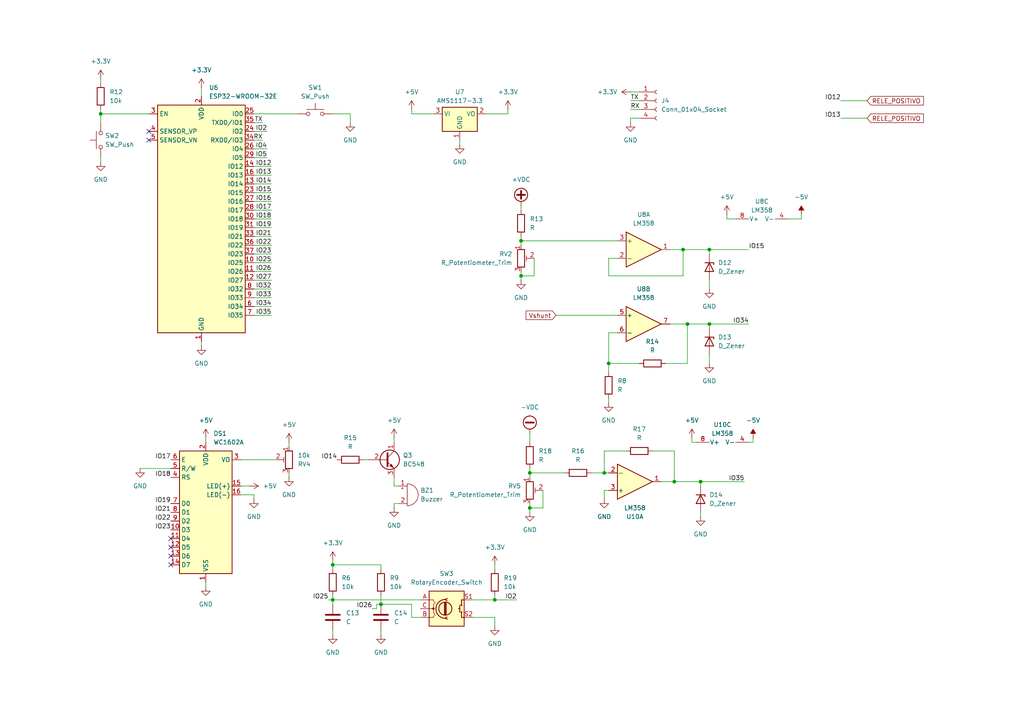
<source format=kicad_sch>
(kicad_sch (version 20231120) (generator "eeschema") (generator_version "8.0")
  (paper "A4")
  (lib_symbols
    (symbol "Amplifier_Operational:LM358" (pin_names (offset 0.127))
      (property "Reference" "U" (at 0 5.08 0))
      (property "Value" "LM358" (at 0 -5.08 0))
      (symbol "LM358_1_1"
        (polyline (pts (xy -5.08 5.08) (xy 5.08 0) (xy -5.08 -5.08) (xy -5.08 5.08)) (stroke (width 0.254)) (fill (type background)))
        (pin output line (at 7.62 0 180) (length 2.54) (name "~") (number "1"))
        (pin input line (at -7.62 -2.54 0) (length 2.54) (name "-") (number "2"))
        (pin input line (at -7.62 2.54 0) (length 2.54) (name "+") (number "3"))
      )
      (symbol "LM358_2_1"
        (polyline (pts (xy -5.08 5.08) (xy 5.08 0) (xy -5.08 -5.08) (xy -5.08 5.08)) (stroke (width 0.254)) (fill (type background)))
        (pin input line (at -7.62 2.54 0) (length 2.54) (name "+") (number "5"))
        (pin input line (at -7.62 -2.54 0) (length 2.54) (name "-") (number "6"))
        (pin output line (at 7.62 0 180) (length 2.54) (name "~") (number "7"))
      )
      (symbol "LM358_3_1"
        (pin power_in line (at -2.54 -7.62 90) (length 3.81) (name "V-") (number "4"))
        (pin power_in line (at -2.54 7.62 270) (length 3.81) (name "V+") (number "8"))
      )
    )
    (symbol "Connector:Conn_01x04_Socket" (pin_names (offset 1.016) hide)
      (property "Reference" "J" (at 0 5.08 0))
      (property "Value" "Conn_01x04_Socket" (at 0 -7.62 0))
      (symbol "Conn_01x04_Socket_1_1"
        (arc (start 0 -4.572) (mid -0.5058 -5.08) (end 0 -5.588) (stroke (width 0.1524)))
        (arc (start 0 -2.032) (mid -0.5058 -2.54) (end 0 -3.048) (stroke (width 0.1524)))
        (polyline (pts (xy -1.27 -5.08) (xy -0.508 -5.08)) (stroke (width 0.1524)))
        (polyline (pts (xy -1.27 -2.54) (xy -0.508 -2.54)) (stroke (width 0.1524)))
        (polyline (pts (xy -1.27 0) (xy -0.508 0)) (stroke (width 0.1524)))
        (polyline (pts (xy -1.27 2.54) (xy -0.508 2.54)) (stroke (width 0.1524)))
        (arc (start 0 0.508) (mid -0.5058 0) (end 0 -0.508) (stroke (width 0.1524)))
        (arc (start 0 3.048) (mid -0.5058 2.54) (end 0 2.032) (stroke (width 0.1524)))
        (pin passive line (at -5.08 2.54 0) (length 3.81) (name "Pin_1") (number "1"))
        (pin passive line (at -5.08 0 0) (length 3.81) (name "Pin_2") (number "2"))
        (pin passive line (at -5.08 -2.54 0) (length 3.81) (name "Pin_3") (number "3"))
        (pin passive line (at -5.08 -5.08 0) (length 3.81) (name "Pin_4") (number "4"))
      )
    )
    (symbol "Device:Buzzer" (pin_names (offset 0.0254) hide)
      (property "Reference" "BZ" (at 3.81 1.27 0))
      (property "Value" "Buzzer" (at 3.81 -1.27 0))
      (symbol "Buzzer_0_1"
        (arc (start 0 -3.175) (mid 3.1612 0) (end 0 3.175))
        (polyline (pts (xy -1.651 1.905) (xy -1.143 1.905)))
        (polyline (pts (xy -1.397 2.159) (xy -1.397 1.651)))
        (polyline (pts (xy 0 3.175) (xy 0 -3.175)))
      )
      (symbol "Buzzer_1_1"
        (pin passive line (at -2.54 2.54 0) (length 2.54) (name "+") (number "1"))
        (pin passive line (at -2.54 -2.54 0) (length 2.54) (name "-") (number "2"))
      )
    )
    (symbol "Device:C" (pin_numbers hide) (pin_names (offset 0.254))
      (property "Reference" "C" (at 0.635 2.54 0))
      (property "Value" "C" (at 0.635 -2.54 0))
      (symbol "C_0_1"
        (polyline (pts (xy -2.032 -0.762) (xy 2.032 -0.762)) (stroke (width 0.508)))
        (polyline (pts (xy -2.032 0.762) (xy 2.032 0.762)) (stroke (width 0.508)))
      )
      (symbol "C_1_1"
        (pin passive line (at 0 3.81 270) (length 2.794) (name "~") (number "1"))
        (pin passive line (at 0 -3.81 90) (length 2.794) (name "~") (number "2"))
      )
    )
    (symbol "Device:D_Zener" (pin_numbers hide) (pin_names (offset 1.016) hide)
      (property "Reference" "D" (at 0 2.54 0))
      (property "Value" "D_Zener" (at 0 -2.54 0))
      (symbol "D_Zener_0_1"
        (polyline (pts (xy 1.27 0) (xy -1.27 0)))
        (polyline (pts (xy -1.27 -1.27) (xy -1.27 1.27) (xy -0.762 1.27)) (stroke (width 0.254)))
        (polyline (pts (xy 1.27 -1.27) (xy 1.27 1.27) (xy -1.27 0) (xy 1.27 -1.27)) (stroke (width 0.254)))
      )
      (symbol "D_Zener_1_1"
        (pin passive line (at -3.81 0 0) (length 2.54) (name "K") (number "1"))
        (pin passive line (at 3.81 0 180) (length 2.54) (name "A") (number "2"))
      )
    )
    (symbol "Device:R" (pin_numbers hide) (pin_names (offset 0))
      (property "Reference" "R" (at 2.032 0 90))
      (property "Value" "R" (at 0 0 90))
      (symbol "R_0_1"
        (rectangle (start -1.016 -2.54) (end 1.016 2.54) (stroke (width 0.254)))
      )
      (symbol "R_1_1"
        (pin passive line (at 0 3.81 270) (length 1.27) (name "~") (number "1"))
        (pin passive line (at 0 -3.81 90) (length 1.27) (name "~") (number "2"))
      )
    )
    (symbol "Device:R_Potentiometer_Trim" (pin_names (offset 1.016) hide)
      (property "Reference" "RV" (at -4.445 0 90))
      (property "Value" "R_Potentiometer_Trim" (at -2.54 0 90))
      (symbol "R_Potentiometer_Trim_0_1"
        (polyline (pts (xy 1.524 0.762) (xy 1.524 -0.762)))
        (polyline (pts (xy 2.54 0) (xy 1.524 0)))
        (rectangle (start 1.016 2.54) (end -1.016 -2.54) (stroke (width 0.254)))
      )
      (symbol "R_Potentiometer_Trim_1_1"
        (pin passive line (at 0 3.81 270) (length 1.27) (name "1") (number "1"))
        (pin passive line (at 3.81 0 180) (length 1.27) (name "2") (number "2"))
        (pin passive line (at 0 -3.81 90) (length 1.27) (name "3") (number "3"))
      )
    )
    (symbol "Device:RotaryEncoder_Switch" (pin_names (offset 0.254) hide)
      (property "Reference" "SW" (at 0 6.604 0))
      (property "Value" "RotaryEncoder_Switch" (at 0 -6.604 0))
      (symbol "RotaryEncoder_Switch_0_1"
        (rectangle (start -5.08 5.08) (end 5.08 -5.08) (stroke (width 0.254)) (fill (type background)))
        (circle (center -3.81 0) (radius 0.254) (fill (type outline)))
        (circle (center -0.381 0) (radius 1.905) (stroke (width 0.254)))
        (arc (start -0.381 2.667) (mid -3.0988 -0.0635) (end -0.381 -2.794) (stroke (width 0.254)))
        (polyline (pts (xy -0.635 -1.778) (xy -0.635 1.778)) (stroke (width 0.254)))
        (polyline (pts (xy -0.381 -1.778) (xy -0.381 1.778)) (stroke (width 0.254)))
        (polyline (pts (xy -0.127 1.778) (xy -0.127 -1.778)) (stroke (width 0.254)))
        (polyline (pts (xy 3.81 0) (xy 3.429 0)) (stroke (width 0.254)))
        (polyline (pts (xy 3.81 1.016) (xy 3.81 -1.016)) (stroke (width 0.254)))
        (polyline (pts (xy -5.08 -2.54) (xy -3.81 -2.54) (xy -3.81 -2.032)))
        (polyline (pts (xy -5.08 2.54) (xy -3.81 2.54) (xy -3.81 2.032)))
        (polyline (pts (xy 0.254 -3.048) (xy -0.508 -2.794) (xy 0.127 -2.413)) (stroke (width 0.254)))
        (polyline (pts (xy 0.254 2.921) (xy -0.508 2.667) (xy 0.127 2.286)) (stroke (width 0.254)))
        (polyline (pts (xy 5.08 -2.54) (xy 4.318 -2.54) (xy 4.318 -1.016)) (stroke (width 0.254)))
        (polyline (pts (xy 5.08 2.54) (xy 4.318 2.54) (xy 4.318 1.016)) (stroke (width 0.254)))
        (polyline (pts (xy -5.08 0) (xy -3.81 0) (xy -3.81 -1.016) (xy -3.302 -2.032)))
        (polyline (pts (xy -4.318 0) (xy -3.81 0) (xy -3.81 1.016) (xy -3.302 2.032)))
        (circle (center 4.318 -1.016) (radius 0.127) (stroke (width 0.254)))
        (circle (center 4.318 1.016) (radius 0.127) (stroke (width 0.254)))
      )
      (symbol "RotaryEncoder_Switch_1_1"
        (pin passive line (at -7.62 2.54 0) (length 2.54) (name "A") (number "A"))
        (pin passive line (at -7.62 -2.54 0) (length 2.54) (name "B") (number "B"))
        (pin passive line (at -7.62 0 0) (length 2.54) (name "C") (number "C"))
        (pin passive line (at 7.62 2.54 180) (length 2.54) (name "S1") (number "S1"))
        (pin passive line (at 7.62 -2.54 180) (length 2.54) (name "S2") (number "S2"))
      )
    )
    (symbol "Display_Character:WC1602A"
      (property "Reference" "DS" (at -5.842 19.05 0))
      (property "Value" "WC1602A" (at 5.334 19.05 0))
      (symbol "WC1602A_1_1"
        (rectangle (start -7.62 17.78) (end 7.62 -17.78) (stroke (width 0.254)) (fill (type background)))
        (pin power_in line (at 0 -20.32 90) (length 2.54) (name "VSS") (number "1"))
        (pin input line (at -10.16 -5.08 0) (length 2.54) (name "D3") (number "10"))
        (pin input line (at -10.16 -7.62 0) (length 2.54) (name "D4") (number "11"))
        (pin input line (at -10.16 -10.16 0) (length 2.54) (name "D5") (number "12"))
        (pin input line (at -10.16 -12.7 0) (length 2.54) (name "D6") (number "13"))
        (pin input line (at -10.16 -15.24 0) (length 2.54) (name "D7") (number "14"))
        (pin power_in line (at 10.16 7.62 180) (length 2.54) (name "LED(+)") (number "15"))
        (pin power_in line (at 10.16 5.08 180) (length 2.54) (name "LED(-)") (number "16"))
        (pin power_in line (at 0 20.32 270) (length 2.54) (name "VDD") (number "2"))
        (pin input line (at 10.16 15.24 180) (length 2.54) (name "VO") (number "3"))
        (pin input line (at -10.16 10.16 0) (length 2.54) (name "RS") (number "4"))
        (pin input line (at -10.16 12.7 0) (length 2.54) (name "R/W") (number "5"))
        (pin input line (at -10.16 15.24 0) (length 2.54) (name "E") (number "6"))
        (pin input line (at -10.16 2.54 0) (length 2.54) (name "D0") (number "7"))
        (pin input line (at -10.16 0 0) (length 2.54) (name "D1") (number "8"))
        (pin input line (at -10.16 -2.54 0) (length 2.54) (name "D2") (number "9"))
      )
    )
    (symbol "RF_Module:ESP32-WROOM-32E"
      (property "Reference" "U" (at -12.7 34.29 0))
      (property "Value" "ESP32-WROOM-32E" (at 1.27 34.29 0))
      (symbol "ESP32-WROOM-32E_0_1"
        (rectangle (start -12.7 33.02) (end 12.7 -33.02) (stroke (width 0.254)) (fill (type background)))
      )
      (symbol "ESP32-WROOM-32E_1_1"
        (pin power_in line (at 0 -35.56 90) (length 2.54) (name "GND") (number "1"))
        (pin bidirectional line (at 15.24 -12.7 180) (length 2.54) (name "IO25") (number "10"))
        (pin bidirectional line (at 15.24 -15.24 180) (length 2.54) (name "IO26") (number "11"))
        (pin bidirectional line (at 15.24 -17.78 180) (length 2.54) (name "IO27") (number "12"))
        (pin bidirectional line (at 15.24 10.16 180) (length 2.54) (name "IO14") (number "13"))
        (pin bidirectional line (at 15.24 15.24 180) (length 2.54) (name "IO12") (number "14"))
        (pin passive line (at 0 -35.56 90) (length 2.54) hide (name "GND") (number "15"))
        (pin bidirectional line (at 15.24 12.7 180) (length 2.54) (name "IO13") (number "16"))
        (pin no_connect line (at -12.7 -5.08 0) (length 2.54) hide (name "NC") (number "17"))
        (pin no_connect line (at -12.7 -7.62 0) (length 2.54) hide (name "NC") (number "18"))
        (pin no_connect line (at -12.7 -12.7 0) (length 2.54) hide (name "NC") (number "19"))
        (pin power_in line (at 0 35.56 270) (length 2.54) (name "VDD") (number "2"))
        (pin no_connect line (at -12.7 -10.16 0) (length 2.54) hide (name "NC") (number "20"))
        (pin no_connect line (at -12.7 0 0) (length 2.54) hide (name "NC") (number "21"))
        (pin no_connect line (at -12.7 -2.54 0) (length 2.54) hide (name "NC") (number "22"))
        (pin bidirectional line (at 15.24 7.62 180) (length 2.54) (name "IO15") (number "23"))
        (pin bidirectional line (at 15.24 25.4 180) (length 2.54) (name "IO2") (number "24"))
        (pin bidirectional line (at 15.24 30.48 180) (length 2.54) (name "IO0") (number "25"))
        (pin bidirectional line (at 15.24 20.32 180) (length 2.54) (name "IO4") (number "26"))
        (pin bidirectional line (at 15.24 5.08 180) (length 2.54) (name "IO16") (number "27"))
        (pin bidirectional line (at 15.24 2.54 180) (length 2.54) (name "IO17") (number "28"))
        (pin bidirectional line (at 15.24 17.78 180) (length 2.54) (name "IO5") (number "29"))
        (pin input line (at -15.24 30.48 0) (length 2.54) (name "EN") (number "3"))
        (pin bidirectional line (at 15.24 0 180) (length 2.54) (name "IO18") (number "30"))
        (pin bidirectional line (at 15.24 -2.54 180) (length 2.54) (name "IO19") (number "31"))
        (pin no_connect line (at -12.7 -27.94 0) (length 2.54) hide (name "NC") (number "32"))
        (pin bidirectional line (at 15.24 -5.08 180) (length 2.54) (name "IO21") (number "33"))
        (pin bidirectional line (at 15.24 22.86 180) (length 2.54) (name "RXD0/IO3") (number "34"))
        (pin bidirectional line (at 15.24 27.94 180) (length 2.54) (name "TXD0/IO1") (number "35"))
        (pin bidirectional line (at 15.24 -7.62 180) (length 2.54) (name "IO22") (number "36"))
        (pin bidirectional line (at 15.24 -10.16 180) (length 2.54) (name "IO23") (number "37"))
        (pin passive line (at 0 -35.56 90) (length 2.54) hide (name "GND") (number "38"))
        (pin passive line (at 0 -35.56 90) (length 2.54) hide (name "GND") (number "39"))
        (pin input line (at -15.24 25.4 0) (length 2.54) (name "SENSOR_VP") (number "4"))
        (pin input line (at -15.24 22.86 0) (length 2.54) (name "SENSOR_VN") (number "5"))
        (pin input line (at 15.24 -25.4 180) (length 2.54) (name "IO34") (number "6"))
        (pin input line (at 15.24 -27.94 180) (length 2.54) (name "IO35") (number "7"))
        (pin bidirectional line (at 15.24 -20.32 180) (length 2.54) (name "IO32") (number "8"))
        (pin bidirectional line (at 15.24 -22.86 180) (length 2.54) (name "IO33") (number "9"))
      )
    )
    (symbol "Regulator_Linear:AMS1117-3.3"
      (property "Reference" "U" (at -3.81 3.175 0))
      (property "Value" "AMS1117-3.3" (at 0 3.175 0))
      (symbol "AMS1117-3.3_0_1"
        (rectangle (start -5.08 -5.08) (end 5.08 1.905) (stroke (width 0.254)) (fill (type background)))
      )
      (symbol "AMS1117-3.3_1_1"
        (pin power_in line (at 0 -7.62 90) (length 2.54) (name "GND") (number "1"))
        (pin power_out line (at 7.62 0 180) (length 2.54) (name "VO") (number "2"))
        (pin power_in line (at -7.62 0 0) (length 2.54) (name "VI") (number "3"))
      )
    )
    (symbol "Switch:SW_Push" (pin_numbers hide) (pin_names (offset 1.016) hide)
      (property "Reference" "SW" (at 1.27 2.54 0))
      (property "Value" "SW_Push" (at 0 -1.524 0))
      (symbol "SW_Push_0_1"
        (circle (center -2.032 0) (radius 0.508))
        (polyline (pts (xy 0 1.27) (xy 0 3.048)))
        (polyline (pts (xy 2.54 1.27) (xy -2.54 1.27)))
        (circle (center 2.032 0) (radius 0.508))
        (pin passive line (at -5.08 0 0) (length 2.54) (name "1") (number "1"))
        (pin passive line (at 5.08 0 180) (length 2.54) (name "2") (number "2"))
      )
    )
    (symbol "Transistor_BJT:BC548" (pin_names (offset 0) hide)
      (property "Reference" "Q" (at 5.08 1.905 0))
      (property "Value" "BC548" (at 5.08 0 0))
      (symbol "BC548_0_1"
        (polyline (pts (xy 0 0) (xy 0.635 0)))
        (polyline (pts (xy 0.635 0.635) (xy 2.54 2.54)))
        (polyline (pts (xy 0.635 -0.635) (xy 2.54 -2.54) (xy 2.54 -2.54)))
        (polyline (pts (xy 0.635 1.905) (xy 0.635 -1.905) (xy 0.635 -1.905)) (stroke (width 0.508)))
        (polyline (pts (xy 1.27 -1.778) (xy 1.778 -1.27) (xy 2.286 -2.286) (xy 1.27 -1.778) (xy 1.27 -1.778)) (fill (type outline)))
        (circle (center 1.27 0) (radius 2.8194) (stroke (width 0.254)))
      )
      (symbol "BC548_1_1"
        (pin passive line (at 2.54 5.08 270) (length 2.54) (name "C") (number "1"))
        (pin input line (at -5.08 0 0) (length 5.08) (name "B") (number "2"))
        (pin passive line (at 2.54 -5.08 90) (length 2.54) (name "E") (number "3"))
      )
    )
    (symbol "power:+3.3V" (power) (pin_numbers hide) (pin_names (offset 0) hide)
      (property "Value" "+3.3V" (at 0 3.556 0))
      (symbol "+3.3V_0_1"
        (polyline (pts (xy -0.762 1.27) (xy 0 2.54)))
        (polyline (pts (xy 0 0) (xy 0 2.54)))
        (polyline (pts (xy 0 2.54) (xy 0.762 1.27)))
      )
      (symbol "+3.3V_1_1"
        (pin power_in line (at 0 0 90) (length 0) (name "~") (number "1"))
      )
    )
    (symbol "power:+5V" (power) (pin_numbers hide) (pin_names (offset 0) hide)
      (property "Value" "+5V" (at 0 3.556 0))
      (symbol "+5V_0_1"
        (polyline (pts (xy -0.762 1.27) (xy 0 2.54)))
        (polyline (pts (xy 0 0) (xy 0 2.54)))
        (polyline (pts (xy 0 2.54) (xy 0.762 1.27)))
      )
      (symbol "+5V_1_1"
        (pin power_in line (at 0 0 90) (length 0) (name "~") (number "1"))
      )
    )
    (symbol "power:+VDC" (power) (pin_numbers hide) (pin_names (offset 0) hide)
      (property "Value" "+VDC" (at 0 6.35 0))
      (symbol "+VDC_0_1"
        (polyline (pts (xy -1.143 3.175) (xy 1.143 3.175)) (stroke (width 0.508)))
        (polyline (pts (xy 0 0) (xy 0 1.27)))
        (polyline (pts (xy 0 2.032) (xy 0 4.318)) (stroke (width 0.508)))
        (circle (center 0 3.175) (radius 1.905) (stroke (width 0.254)))
      )
      (symbol "+VDC_1_1"
        (pin power_in line (at 0 0 90) (length 0) (name "~") (number "1"))
      )
    )
    (symbol "power:-5V" (power) (pin_numbers hide) (pin_names (offset 0) hide)
      (property "Value" "-5V" (at 0 3.556 0))
      (symbol "-5V_0_0"
        (pin power_in line (at 0 0 90) (length 0) (name "~") (number "1"))
      )
      (symbol "-5V_0_1"
        (polyline (pts (xy 0 0) (xy 0 1.27) (xy 0.762 1.27) (xy 0 2.54) (xy -0.762 1.27) (xy 0 1.27)) (fill (type outline)))
      )
    )
    (symbol "power:-VDC" (power) (pin_numbers hide) (pin_names (offset 0) hide)
      (property "Value" "-VDC" (at 0 6.35 0))
      (symbol "-VDC_0_1"
        (polyline (pts (xy -1.143 3.175) (xy 1.143 3.175)) (stroke (width 0.508)))
        (polyline (pts (xy 0 0) (xy 0 1.27)))
        (circle (center 0 3.175) (radius 1.905) (stroke (width 0.254)))
      )
      (symbol "-VDC_1_1"
        (pin power_in line (at 0 0 90) (length 0) (name "~") (number "1"))
      )
    )
    (symbol "power:GND" (power) (pin_numbers hide) (pin_names (offset 0) hide)
      (property "Value" "GND" (at 0 -3.81 0))
      (symbol "GND_0_1"
        (polyline (pts (xy 0 0) (xy 0 -1.27) (xy 1.27 -1.27) (xy 0 -2.54) (xy -1.27 -1.27) (xy 0 -1.27)))
      )
      (symbol "GND_1_1"
        (pin power_in line (at 0 0 270) (length 0) (name "~") (number "1"))
      )
    )
  )
  (junction (at 153.67 147.32))
  (junction (at 143.51 173.99))
  (junction (at 151.13 80.01))
  (junction (at 195.58 139.7))
  (junction (at 29.21 33.02))
  (junction (at 175.26 137.16))
  (junction (at 151.13 69.85))
  (junction (at 205.74 93.98))
  (junction (at 176.53 105.41))
  (junction (at 199.39 93.98))
  (junction (at 110.49 175.26))
  (junction (at 198.12 72.39))
  (junction (at 203.2 139.7))
  (junction (at 96.52 173.99))
  (junction (at 153.67 137.16))
  (junction (at 205.74 72.39))
  (junction (at 96.52 163.83))
  (no_connect (at 49.53 158.75))
  (no_connect (at 43.18 40.64))
  (no_connect (at 43.18 38.1))
  (no_connect (at 49.53 156.21))
  (no_connect (at 49.53 161.29))
  (no_connect (at 49.53 163.83))
  (wire (pts (xy 73.66 144.78) (xy 73.66 143.51)))
  (wire (pts (xy 137.16 173.99) (xy 143.51 173.99)))
  (wire (pts (xy 175.26 142.24) (xy 176.53 142.24)))
  (wire (pts (xy 73.66 86.36) (xy 78.74 86.36)))
  (wire (pts (xy 157.48 142.24) (xy 157.48 147.32)))
  (wire (pts (xy 29.21 22.86) (xy 29.21 24.13)))
  (wire (pts (xy 199.39 93.98) (xy 205.74 93.98)))
  (wire (pts (xy 200.66 128.27) (xy 201.93 128.27)))
  (wire (pts (xy 205.74 73.66) (xy 205.74 72.39)))
  (wire (pts (xy 69.85 133.35) (xy 80.01 133.35)))
  (wire (pts (xy 58.42 99.06) (xy 58.42 100.33)))
  (wire (pts (xy 29.21 33.02) (xy 43.18 33.02)))
  (wire (pts (xy 176.53 80.01) (xy 198.12 80.01)))
  (wire (pts (xy 205.74 95.25) (xy 205.74 93.98)))
  (wire (pts (xy 110.49 182.88) (xy 110.49 184.15)))
  (wire (pts (xy 73.66 63.5) (xy 78.74 63.5)))
  (wire (pts (xy 110.49 165.1) (xy 110.49 163.83)))
  (wire (pts (xy 151.13 69.85) (xy 179.07 69.85)))
  (wire (pts (xy 119.38 179.07) (xy 119.38 175.26)))
  (wire (pts (xy 182.88 26.67) (xy 185.42 26.67)))
  (wire (pts (xy 176.53 115.57) (xy 176.53 116.84)))
  (wire (pts (xy 73.66 76.2) (xy 78.74 76.2)))
  (wire (pts (xy 73.66 50.8) (xy 78.74 50.8)))
  (wire (pts (xy 175.26 144.78) (xy 175.26 142.24)))
  (wire (pts (xy 153.67 135.89) (xy 153.67 137.16)))
  (wire (pts (xy 143.51 163.83) (xy 143.51 165.1)))
  (wire (pts (xy 153.67 147.32) (xy 157.48 147.32)))
  (wire (pts (xy 203.2 139.7) (xy 215.9 139.7)))
  (wire (pts (xy 200.66 127) (xy 200.66 128.27)))
  (wire (pts (xy 121.92 179.07) (xy 119.38 179.07)))
  (wire (pts (xy 205.74 93.98) (xy 217.17 93.98)))
  (wire (pts (xy 193.04 105.41) (xy 199.39 105.41)))
  (wire (pts (xy 182.88 35.56) (xy 182.88 34.29)))
  (wire (pts (xy 105.41 133.35) (xy 106.68 133.35)))
  (wire (pts (xy 182.88 31.75) (xy 185.42 31.75)))
  (wire (pts (xy 73.66 83.82) (xy 78.74 83.82)))
  (wire (pts (xy 73.66 35.56) (xy 76.2 35.56)))
  (wire (pts (xy 114.3 140.97) (xy 115.57 140.97)))
  (wire (pts (xy 176.53 105.41) (xy 176.53 96.52)))
  (wire (pts (xy 58.42 25.4) (xy 58.42 27.94)))
  (wire (pts (xy 69.85 140.97) (xy 72.39 140.97)))
  (wire (pts (xy 176.53 107.95) (xy 176.53 105.41)))
  (wire (pts (xy 83.82 137.16) (xy 83.82 138.43)))
  (wire (pts (xy 161.29 91.44) (xy 179.07 91.44)))
  (wire (pts (xy 181.61 130.81) (xy 175.26 130.81)))
  (wire (pts (xy 96.52 173.99) (xy 96.52 175.26)))
  (wire (pts (xy 151.13 80.01) (xy 151.13 81.28)))
  (wire (pts (xy 96.52 163.83) (xy 110.49 163.83)))
  (wire (pts (xy 133.35 40.64) (xy 133.35 41.91)))
  (wire (pts (xy 73.66 48.26) (xy 78.74 48.26)))
  (wire (pts (xy 29.21 31.75) (xy 29.21 33.02)))
  (wire (pts (xy 179.07 74.93) (xy 176.53 74.93)))
  (wire (pts (xy 205.74 72.39) (xy 217.17 72.39)))
  (wire (pts (xy 205.74 81.28) (xy 205.74 83.82)))
  (wire (pts (xy 115.57 146.05) (xy 114.3 146.05)))
  (wire (pts (xy 151.13 80.01) (xy 154.94 80.01)))
  (wire (pts (xy 228.6 63.5) (xy 232.41 63.5)))
  (wire (pts (xy 243.84 29.21) (xy 251.46 29.21)))
  (wire (pts (xy 210.82 63.5) (xy 213.36 63.5)))
  (wire (pts (xy 73.66 66.04) (xy 78.74 66.04)))
  (wire (pts (xy 153.67 146.05) (xy 153.67 147.32)))
  (wire (pts (xy 175.26 130.81) (xy 175.26 137.16)))
  (wire (pts (xy 143.51 179.07) (xy 143.51 181.61)))
  (wire (pts (xy 114.3 146.05) (xy 114.3 147.32)))
  (wire (pts (xy 73.66 91.44) (xy 78.74 91.44)))
  (wire (pts (xy 95.25 173.99) (xy 96.52 173.99)))
  (wire (pts (xy 73.66 81.28) (xy 78.74 81.28)))
  (wire (pts (xy 199.39 105.41) (xy 199.39 93.98)))
  (wire (pts (xy 73.66 73.66) (xy 78.74 73.66)))
  (wire (pts (xy 119.38 31.75) (xy 119.38 33.02)))
  (wire (pts (xy 176.53 105.41) (xy 185.42 105.41)))
  (wire (pts (xy 114.3 138.43) (xy 114.3 140.97)))
  (wire (pts (xy 147.32 33.02) (xy 140.97 33.02)))
  (wire (pts (xy 137.16 179.07) (xy 143.51 179.07)))
  (wire (pts (xy 210.82 62.23) (xy 210.82 63.5)))
  (wire (pts (xy 194.31 72.39) (xy 198.12 72.39)))
  (wire (pts (xy 73.66 43.18) (xy 77.47 43.18)))
  (wire (pts (xy 218.44 128.27) (xy 217.17 128.27)))
  (wire (pts (xy 73.66 58.42) (xy 78.74 58.42)))
  (wire (pts (xy 40.64 135.89) (xy 49.53 135.89)))
  (wire (pts (xy 195.58 139.7) (xy 191.77 139.7)))
  (wire (pts (xy 73.66 143.51) (xy 69.85 143.51)))
  (wire (pts (xy 203.2 148.59) (xy 203.2 149.86)))
  (wire (pts (xy 194.31 93.98) (xy 199.39 93.98)))
  (wire (pts (xy 96.52 33.02) (xy 101.6 33.02)))
  (wire (pts (xy 73.66 60.96) (xy 78.74 60.96)))
  (wire (pts (xy 119.38 33.02) (xy 125.73 33.02)))
  (wire (pts (xy 101.6 35.56) (xy 101.6 33.02)))
  (wire (pts (xy 176.53 74.93) (xy 176.53 80.01)))
  (wire (pts (xy 198.12 72.39) (xy 205.74 72.39)))
  (wire (pts (xy 182.88 34.29) (xy 185.42 34.29)))
  (wire (pts (xy 243.84 34.29) (xy 251.46 34.29)))
  (wire (pts (xy 203.2 140.97) (xy 203.2 139.7)))
  (wire (pts (xy 195.58 130.81) (xy 195.58 139.7)))
  (wire (pts (xy 218.44 127) (xy 218.44 128.27)))
  (wire (pts (xy 151.13 68.58) (xy 151.13 69.85)))
  (wire (pts (xy 29.21 33.02) (xy 29.21 35.56)))
  (wire (pts (xy 96.52 172.72) (xy 96.52 173.99)))
  (wire (pts (xy 109.22 175.26) (xy 110.49 175.26)))
  (wire (pts (xy 205.74 102.87) (xy 205.74 105.41)))
  (wire (pts (xy 151.13 78.74) (xy 151.13 80.01)))
  (wire (pts (xy 73.66 33.02) (xy 86.36 33.02)))
  (wire (pts (xy 154.94 74.93) (xy 154.94 80.01)))
  (wire (pts (xy 147.32 31.75) (xy 147.32 33.02)))
  (wire (pts (xy 73.66 88.9) (xy 78.74 88.9)))
  (wire (pts (xy 73.66 68.58) (xy 78.74 68.58)))
  (wire (pts (xy 73.66 45.72) (xy 77.47 45.72)))
  (wire (pts (xy 153.67 147.32) (xy 153.67 148.59)))
  (wire (pts (xy 171.45 137.16) (xy 175.26 137.16)))
  (wire (pts (xy 96.52 163.83) (xy 96.52 165.1)))
  (wire (pts (xy 203.2 139.7) (xy 195.58 139.7)))
  (wire (pts (xy 73.66 38.1) (xy 77.47 38.1)))
  (wire (pts (xy 119.38 175.26) (xy 110.49 175.26)))
  (wire (pts (xy 73.66 53.34) (xy 78.74 53.34)))
  (wire (pts (xy 114.3 127) (xy 114.3 128.27)))
  (wire (pts (xy 232.41 62.23) (xy 232.41 63.5)))
  (wire (pts (xy 83.82 128.27) (xy 83.82 129.54)))
  (wire (pts (xy 73.66 78.74) (xy 78.74 78.74)))
  (wire (pts (xy 73.66 55.88) (xy 78.74 55.88)))
  (wire (pts (xy 182.88 29.21) (xy 185.42 29.21)))
  (wire (pts (xy 96.52 182.88) (xy 96.52 184.15)))
  (wire (pts (xy 96.52 173.99) (xy 121.92 173.99)))
  (wire (pts (xy 110.49 172.72) (xy 110.49 175.26)))
  (wire (pts (xy 176.53 96.52) (xy 179.07 96.52)))
  (wire (pts (xy 29.21 45.72) (xy 29.21 46.99)))
  (wire (pts (xy 151.13 69.85) (xy 151.13 71.12)))
  (wire (pts (xy 59.69 168.91) (xy 59.69 170.18)))
  (wire (pts (xy 73.66 71.12) (xy 78.74 71.12)))
  (wire (pts (xy 198.12 80.01) (xy 198.12 72.39)))
  (wire (pts (xy 151.13 59.69) (xy 151.13 60.96)))
  (wire (pts (xy 153.67 125.73) (xy 153.67 128.27)))
  (wire (pts (xy 153.67 137.16) (xy 153.67 138.43)))
  (wire (pts (xy 175.26 137.16) (xy 176.53 137.16)))
  (wire (pts (xy 189.23 130.81) (xy 195.58 130.81)))
  (wire (pts (xy 143.51 173.99) (xy 149.86 173.99)))
  (wire (pts (xy 109.22 176.53) (xy 109.22 175.26)))
  (wire (pts (xy 59.69 127) (xy 59.69 128.27)))
  (wire (pts (xy 143.51 173.99) (xy 143.51 172.72)))
  (wire (pts (xy 96.52 162.56) (xy 96.52 163.83)))
  (wire (pts (xy 73.66 40.64) (xy 76.2 40.64)))
  (wire (pts (xy 153.67 137.16) (xy 163.83 137.16)))
  (wire (pts (xy 107.95 176.53) (xy 109.22 176.53)))
  (label "IO14" (at 78.74 53.34 180))
  (label "IO12" (at 243.84 29.21 180))
  (label "IO14" (at 97.79 133.35 180))
  (label "IO19" (at 78.74 66.04 180))
  (label "IO26" (at 78.74 78.74 180))
  (label "IO18" (at 49.53 138.43 180))
  (label "TX" (at 76.2 35.56 180))
  (label "IO21" (at 78.74 68.58 180))
  (label "IO15" (at 78.74 55.88 180))
  (label "RX" (at 182.88 31.75 0))
  (label "IO22" (at 78.74 71.12 180))
  (label "IO13" (at 243.84 34.29 180))
  (label "IO5" (at 77.47 45.72 180))
  (label "IO25" (at 95.25 173.99 180))
  (label "IO27" (at 78.74 81.28 180))
  (label "IO25" (at 78.74 76.2 180))
  (label "IO35" (at 78.74 91.44 180))
  (label "IO12" (at 78.74 48.26 180))
  (label "IO4" (at 77.47 43.18 180))
  (label "IO2" (at 77.47 38.1 180))
  (label "IO34" (at 78.74 88.9 180))
  (label "IO26" (at 107.95 176.53 180))
  (label "TX" (at 182.88 29.21 0))
  (label "IO15" (at 217.17 72.39 0))
  (label "IO22" (at 49.53 151.13 180))
  (label "IO2" (at 149.86 173.99 180))
  (label "IO34" (at 217.17 93.98 180))
  (label "RX" (at 76.2 40.64 180))
  (label "IO13" (at 78.74 50.8 180))
  (label "IO23" (at 78.74 73.66 180))
  (label "IO17" (at 78.74 60.96 180))
  (label "IO16" (at 78.74 58.42 180))
  (label "IO35" (at 215.9 139.7 180))
  (label "IO21" (at 49.53 148.59 180))
  (label "IO33" (at 78.74 86.36 180))
  (label "IO32" (at 78.74 83.82 180))
  (label "IO19" (at 49.53 146.05 180))
  (label "IO17" (at 49.53 133.35 180))
  (label "IO23" (at 49.53 153.67 180))
  (label "IO18" (at 78.74 63.5 180))
  (global_label "RELE_POSITIVO" (shape input) (at 251.46 34.29 0) (property "Intersheetrefs" "${INTERSHEET_REFS}" (effects (hide yes))))
  (global_label "RELE_POSITIVO" (shape input) (at 251.46 29.21 0) (property "Intersheetrefs" "${INTERSHEET_REFS}" (effects (hide yes))))
  (global_label "Vshunt" (shape input) (at 161.29 91.44 180) (property "Intersheetrefs" "${INTERSHEET_REFS}" (effects (hide yes))))
  (symbol (lib_id "Device:C") (at 110.49 179.07 0) (unit 1)
    (property "Reference" "C14" (at 114.3 177.7999 0) (effects (justify left)))
    (property "Value" "C" (at 114.3 180.3399 0) (effects (justify left)))
    (property "Footprint" "Capacitor_THT:C_Disc_D5.0mm_W2.5mm_P2.50mm" (effects (hide yes)))
    (property "Description" "Unpolarized capacitor" (effects (hide yes)))
  )
  (symbol (lib_id "power:-5V") (at 218.44 127 0) (unit 1)
    (property "Reference" "#PWR049" (effects (hide yes)))
    (property "Value" "-5V" (at 218.44 121.92 0))
    (property "Description" "Power symbol creates a global label with name \"-5V\"" (effects (hide yes)))
  )
  (symbol (lib_id "power:GND") (at 101.6 35.56 0) (unit 1)
    (property "Reference" "#PWR025" (effects (hide yes)))
    (property "Value" "GND" (at 101.6 40.64 0))
    (property "Description" "Power symbol creates a global label with name \"GND\" , ground" (effects (hide yes)))
  )
  (symbol (lib_id "power:+3.3V") (at 147.32 31.75 0) (unit 1)
    (property "Reference" "#PWR022" (effects (hide yes)))
    (property "Value" "+3.3V" (at 147.32 26.67 0))
    (property "Description" "Power symbol creates a global label with name \"+3.3V\"" (effects (hide yes)))
  )
  (symbol (lib_id "Device:R") (at 189.23 105.41 90) (unit 1)
    (property "Reference" "R14" (at 189.23 99.06 90))
    (property "Value" "R" (at 189.23 101.6 90))
    (property "Footprint" "Resistor_THT:R_Axial_DIN0207_L6.3mm_D2.5mm_P10.16mm_Horizontal" (effects (hide yes)))
    (property "Description" "Resistor" (effects (hide yes)))
  )
  (symbol (lib_id "Device:R") (at 110.49 168.91 0) (unit 1)
    (property "Reference" "R9" (at 113.03 167.6399 0) (effects (justify left)))
    (property "Value" "10k" (at 113.03 170.1799 0) (effects (justify left)))
    (property "Footprint" "Resistor_THT:R_Axial_DIN0207_L6.3mm_D2.5mm_P10.16mm_Horizontal" (effects (hide yes)))
    (property "Description" "Resistor" (effects (hide yes)))
  )
  (symbol (lib_id "Device:R_Potentiometer_Trim") (at 153.67 142.24 0) (unit 1)
    (property "Reference" "RV5" (at 151.13 140.9699 0) (effects (justify right)))
    (property "Value" "R_Potentiometer_Trim" (at 151.13 143.5099 0) (effects (justify right)))
    (property "Footprint" "Potentiometer_THT:Potentiometer_Bourns_3296W_Vertical" (effects (hide yes)))
    (property "Description" "Trim-potentiometer" (effects (hide yes)))
  )
  (symbol (lib_id "power:GND") (at 143.51 181.61 0) (unit 1)
    (property "Reference" "#PWR055" (effects (hide yes)))
    (property "Value" "GND" (at 143.51 186.69 0))
    (property "Description" "Power symbol creates a global label with name \"GND\" , ground" (effects (hide yes)))
  )
  (symbol (lib_id "power:GND") (at 110.49 184.15 0) (unit 1)
    (property "Reference" "#PWR054" (effects (hide yes)))
    (property "Value" "GND" (at 110.49 189.23 0))
    (property "Description" "Power symbol creates a global label with name \"GND\" , ground" (effects (hide yes)))
  )
  (symbol (lib_id "RF_Module:ESP32-WROOM-32E") (at 58.42 63.5 0) (unit 1)
    (property "Reference" "U6" (at 60.6141 25.4 0) (effects (justify left)))
    (property "Value" "ESP32-WROOM-32E" (at 60.6141 27.94 0) (effects (justify left)))
    (property "Footprint" "RF_Module:ESP32-WROOM-32D" (effects (hide yes)))
    (property "Datasheet" "https://www.espressif.com/sites/default/files/documentation/esp32-wroom-32e_esp32-wroom-32ue_datasheet_en.pdf" (effects (hide yes)))
    (property "Description" "RF Module, ESP32-D0WD-V3 SoC, without PSRAM, Wi-Fi 802.11b/g/n, Bluetooth, BLE, 32-bit, 2.7-3.6V, onboard antenna, SMD" (effects (hide yes)))
  )
  (symbol (lib_id "power:+3.3V") (at 96.52 162.56 0) (unit 1)
    (property "Reference" "#PWR016" (effects (hide yes)))
    (property "Value" "+3.3V" (at 96.52 157.48 0))
    (property "Description" "Power symbol creates a global label with name \"+3.3V\"" (effects (hide yes)))
  )
  (symbol (lib_id "Device:R_Potentiometer_Trim") (at 151.13 74.93 0) (unit 1)
    (property "Reference" "RV2" (at 148.59 73.6599 0) (effects (justify right)))
    (property "Value" "R_Potentiometer_Trim" (at 148.59 76.1999 0) (effects (justify right)))
    (property "Footprint" "Potentiometer_THT:Potentiometer_Bourns_3296W_Vertical" (effects (hide yes)))
    (property "Description" "Trim-potentiometer" (effects (hide yes)))
  )
  (symbol (lib_id "power:GND") (at 96.52 184.15 0) (unit 1)
    (property "Reference" "#PWR017" (effects (hide yes)))
    (property "Value" "GND" (at 96.52 189.23 0))
    (property "Description" "Power symbol creates a global label with name \"GND\" , ground" (effects (hide yes)))
  )
  (symbol (lib_id "power:GND") (at 205.74 105.41 0) (unit 1)
    (property "Reference" "#PWR031" (effects (hide yes)))
    (property "Value" "GND" (at 205.74 110.49 0))
    (property "Description" "Power symbol creates a global label with name \"GND\" , ground" (effects (hide yes)))
  )
  (symbol (lib_id "Device:RotaryEncoder_Switch") (at 129.54 176.53 0) (unit 1)
    (property "Reference" "SW3" (at 129.54 166.37 0))
    (property "Value" "RotaryEncoder_Switch" (at 129.54 168.91 0))
    (property "Footprint" "Connector_PinSocket_2.54mm:PinSocket_1x04_P2.54mm_Vertical" (effects (hide yes)))
    (property "Description" "Rotary encoder, dual channel, incremental quadrate outputs, with switch" (effects (hide yes)))
  )
  (symbol (lib_id "Device:R") (at 176.53 111.76 0) (unit 1)
    (property "Reference" "R8" (at 179.07 110.4899 0) (effects (justify left)))
    (property "Value" "R" (at 179.07 113.0299 0) (effects (justify left)))
    (property "Footprint" "Resistor_THT:R_Axial_DIN0207_L6.3mm_D2.5mm_P10.16mm_Horizontal" (effects (hide yes)))
    (property "Description" "Resistor" (effects (hide yes)))
  )
  (symbol (lib_id "power:+3.3V") (at 182.88 26.67 90) (unit 1)
    (property "Reference" "#PWR028" (effects (hide yes)))
    (property "Value" "+3.3V" (at 179.07 26.6699 90) (effects (justify left)))
    (property "Description" "Power symbol creates a global label with name \"+3.3V\"" (effects (hide yes)))
  )
  (symbol (lib_id "Device:R") (at 96.52 168.91 0) (unit 1)
    (property "Reference" "R6" (at 99.06 167.6399 0) (effects (justify left)))
    (property "Value" "10k" (at 99.06 170.1799 0) (effects (justify left)))
    (property "Footprint" "Resistor_THT:R_Axial_DIN0207_L6.3mm_D2.5mm_P10.16mm_Horizontal" (effects (hide yes)))
    (property "Description" "Resistor" (effects (hide yes)))
  )
  (symbol (lib_id "power:GND") (at 58.42 100.33 0) (unit 1)
    (property "Reference" "#PWR020" (effects (hide yes)))
    (property "Value" "GND" (at 58.42 105.41 0))
    (property "Description" "Power symbol creates a global label with name \"GND\" , ground" (effects (hide yes)))
  )
  (symbol (lib_id "power:+5V") (at 210.82 62.23 0) (unit 1)
    (property "Reference" "#PWR032" (effects (hide yes)))
    (property "Value" "+5V" (at 210.82 57.15 0))
    (property "Description" "Power symbol creates a global label with name \"+5V\"" (effects (hide yes)))
  )
  (symbol (lib_id "power:-VDC") (at 153.67 125.73 0) (unit 1)
    (property "Reference" "#PWR052" (effects (hide yes)))
    (property "Value" "-VDC" (at 153.67 118.11 0))
    (property "Description" "Power symbol creates a global label with name \"-VDC\"" (effects (hide yes)))
  )
  (symbol (lib_id "power:+5V") (at 59.69 127 0) (unit 1)
    (property "Reference" "#PWR040" (effects (hide yes)))
    (property "Value" "+5V" (at 59.69 121.92 0))
    (property "Description" "Power symbol creates a global label with name \"+5V\"" (effects (hide yes)))
  )
  (symbol (lib_id "Device:R") (at 153.67 132.08 0) (unit 1)
    (property "Reference" "R18" (at 156.21 130.8099 0) (effects (justify left)))
    (property "Value" "R" (at 156.21 133.3499 0) (effects (justify left)))
    (property "Footprint" "LED_THT:LED_D5.0mm" (effects (hide yes)))
    (property "Description" "Resistor" (effects (hide yes)))
  )
  (symbol (lib_id "power:GND") (at 73.66 144.78 0) (unit 1)
    (property "Reference" "#PWR042" (effects (hide yes)))
    (property "Value" "GND" (at 73.66 149.86 0))
    (property "Description" "Power symbol creates a global label with name \"GND\" , ground" (effects (hide yes)))
  )
  (symbol (lib_id "Device:R") (at 101.6 133.35 90) (unit 1)
    (property "Reference" "R15" (at 101.6 127 90))
    (property "Value" "R" (at 101.6 129.54 90))
    (property "Footprint" "Resistor_THT:R_Axial_DIN0207_L6.3mm_D2.5mm_P10.16mm_Horizontal" (effects (hide yes)))
    (property "Description" "Resistor" (effects (hide yes)))
  )
  (symbol (lib_id "power:GND") (at 182.88 35.56 0) (unit 1)
    (property "Reference" "#PWR029" (effects (hide yes)))
    (property "Value" "GND" (at 182.88 40.64 0))
    (property "Description" "Power symbol creates a global label with name \"GND\" , ground" (effects (hide yes)))
  )
  (symbol (lib_id "power:+3.3V") (at 58.42 25.4 0) (unit 1)
    (property "Reference" "#PWR024" (effects (hide yes)))
    (property "Value" "+3.3V" (at 58.42 20.32 0))
    (property "Description" "Power symbol creates a global label with name \"+3.3V\"" (effects (hide yes)))
  )
  (symbol (lib_id "power:+5V") (at 72.39 140.97 270) (unit 1)
    (property "Reference" "#PWR041" (effects (hide yes)))
    (property "Value" "+5V" (at 76.2 140.9699 90) (effects (justify left)))
    (property "Description" "Power symbol creates a global label with name \"+5V\"" (effects (hide yes)))
  )
  (symbol (lib_id "Amplifier_Operational:LM358") (at 186.69 93.98 0) (unit 2)
    (property "Reference" "U8" (at 186.69 83.82 0))
    (property "Value" "LM358" (at 186.69 86.36 0))
    (property "Footprint" "Package_DIP:DIP-8_W7.62mm_LongPads" (effects (hide yes)))
    (property "Datasheet" "http://www.ti.com/lit/ds/symlink/lm2904-n.pdf" (effects (hide yes)))
    (property "Description" "Low-Power, Dual Operational Amplifiers, DIP-8/SOIC-8/TO-99-8" (effects (hide yes)))
  )
  (symbol (lib_id "power:GND") (at 59.69 170.18 0) (unit 1)
    (property "Reference" "#PWR039" (effects (hide yes)))
    (property "Value" "GND" (at 59.69 175.26 0))
    (property "Description" "Power symbol creates a global label with name \"GND\" , ground" (effects (hide yes)))
  )
  (symbol (lib_id "Device:R") (at 151.13 64.77 0) (unit 1)
    (property "Reference" "R13" (at 153.67 63.4999 0) (effects (justify left)))
    (property "Value" "R" (at 153.67 66.0399 0) (effects (justify left)))
    (property "Footprint" "Resistor_THT:R_Axial_DIN0207_L6.3mm_D2.5mm_P10.16mm_Horizontal" (effects (hide yes)))
    (property "Description" "Resistor" (effects (hide yes)))
  )
  (symbol (lib_id "Device:D_Zener") (at 203.2 144.78 270) (unit 1)
    (property "Reference" "D14" (at 205.74 143.5099 90) (effects (justify left)))
    (property "Value" "D_Zener" (at 205.74 146.0499 90) (effects (justify left)))
    (property "Footprint" "Diode_THT:D_5W_P12.70mm_Horizontal" (effects (hide yes)))
    (property "Description" "Zener diode" (effects (hide yes)))
  )
  (symbol (lib_id "Amplifier_Operational:LM358") (at 184.15 139.7 0) (mirror x) (unit 1)
    (property "Reference" "U10" (at 184.15 149.86 0))
    (property "Value" "LM358" (at 184.15 147.32 0))
    (property "Footprint" "Package_DIP:DIP-8_W7.62mm_LongPads" (effects (hide yes)))
    (property "Datasheet" "http://www.ti.com/lit/ds/symlink/lm2904-n.pdf" (effects (hide yes)))
    (property "Description" "Low-Power, Dual Operational Amplifiers, DIP-8/SOIC-8/TO-99-8" (effects (hide yes)))
  )
  (symbol (lib_id "power:+5V") (at 114.3 127 0) (unit 1)
    (property "Reference" "#PWR044" (effects (hide yes)))
    (property "Value" "+5V" (at 114.3 121.92 0))
    (property "Description" "Power symbol creates a global label with name \"+5V\"" (effects (hide yes)))
  )
  (symbol (lib_id "power:GND") (at 40.64 135.89 0) (unit 1)
    (property "Reference" "#PWR047" (effects (hide yes)))
    (property "Value" "GND" (at 40.64 140.97 0))
    (property "Description" "Power symbol creates a global label with name \"GND\" , ground" (effects (hide yes)))
  )
  (symbol (lib_id "Device:R") (at 143.51 168.91 0) (unit 1)
    (property "Reference" "R19" (at 146.05 167.6399 0) (effects (justify left)))
    (property "Value" "10k" (at 146.05 170.1799 0) (effects (justify left)))
    (property "Footprint" "Resistor_THT:R_Axial_DIN0207_L6.3mm_D2.5mm_P10.16mm_Horizontal" (effects (hide yes)))
    (property "Description" "Resistor" (effects (hide yes)))
  )
  (symbol (lib_id "Amplifier_Operational:LM358") (at 220.98 60.96 90) (unit 3)
    (property "Reference" "U8" (at 220.98 58.42 90))
    (property "Value" "LM358" (at 220.98 60.96 90))
    (property "Footprint" "Package_DIP:DIP-8_W7.62mm_LongPads" (effects (hide yes)))
    (property "Datasheet" "http://www.ti.com/lit/ds/symlink/lm2904-n.pdf" (effects (hide yes)))
    (property "Description" "Low-Power, Dual Operational Amplifiers, DIP-8/SOIC-8/TO-99-8" (effects (hide yes)))
  )
  (symbol (lib_id "power:GND") (at 205.74 83.82 0) (unit 1)
    (property "Reference" "#PWR030" (effects (hide yes)))
    (property "Value" "GND" (at 205.74 88.9 0))
    (property "Description" "Power symbol creates a global label with name \"GND\" , ground" (effects (hide yes)))
  )
  (symbol (lib_id "Amplifier_Operational:LM358") (at 186.69 72.39 0) (unit 1)
    (property "Reference" "U8" (at 186.69 62.23 0))
    (property "Value" "LM358" (at 186.69 64.77 0))
    (property "Footprint" "Package_DIP:DIP-8_W7.62mm_LongPads" (effects (hide yes)))
    (property "Datasheet" "http://www.ti.com/lit/ds/symlink/lm2904-n.pdf" (effects (hide yes)))
    (property "Description" "Low-Power, Dual Operational Amplifiers, DIP-8/SOIC-8/TO-99-8" (effects (hide yes)))
  )
  (symbol (lib_id "power:+5V") (at 200.66 127 0) (unit 1)
    (property "Reference" "#PWR048" (effects (hide yes)))
    (property "Value" "+5V" (at 200.66 121.92 0))
    (property "Description" "Power symbol creates a global label with name \"+5V\"" (effects (hide yes)))
  )
  (symbol (lib_id "power:GND") (at 176.53 116.84 0) (unit 1)
    (property "Reference" "#PWR038" (effects (hide yes)))
    (property "Value" "GND" (at 176.53 121.92 0))
    (property "Description" "Power symbol creates a global label with name \"GND\" , ground" (effects (hide yes)))
  )
  (symbol (lib_id "Transistor_BJT:BC548") (at 111.76 133.35 0) (unit 1)
    (property "Reference" "Q3" (at 116.84 132.0799 0) (effects (justify left)))
    (property "Value" "BC548" (at 116.84 134.6199 0) (effects (justify left)))
    (property "Footprint" "Package_TO_SOT_THT:TO-92_Inline" (effects (hide yes)))
    (property "Datasheet" "https://www.onsemi.com/pub/Collateral/BC550-D.pdf" (effects (hide yes)))
    (property "Description" "0.1A Ic, 30V Vce, Small Signal NPN Transistor, TO-92" (effects (hide yes)))
  )
  (symbol (lib_id "Device:R") (at 185.42 130.81 90) (unit 1)
    (property "Reference" "R17" (at 185.42 124.46 90))
    (property "Value" "R" (at 185.42 127 90))
    (property "Footprint" "Resistor_THT:R_Axial_DIN0207_L6.3mm_D2.5mm_P10.16mm_Horizontal" (effects (hide yes)))
    (property "Description" "Resistor" (effects (hide yes)))
  )
  (symbol (lib_id "power:GND") (at 151.13 81.28 0) (unit 1)
    (property "Reference" "#PWR034" (effects (hide yes)))
    (property "Value" "GND" (at 151.13 86.36 0))
    (property "Description" "Power symbol creates a global label with name \"GND\" , ground" (effects (hide yes)))
  )
  (symbol (lib_id "power:GND") (at 29.21 46.99 0) (unit 1)
    (property "Reference" "#PWR027" (effects (hide yes)))
    (property "Value" "GND" (at 29.21 52.07 0))
    (property "Description" "Power symbol creates a global label with name \"GND\" , ground" (effects (hide yes)))
  )
  (symbol (lib_id "power:GND") (at 133.35 41.91 0) (unit 1)
    (property "Reference" "#PWR021" (effects (hide yes)))
    (property "Value" "GND" (at 133.35 46.99 0))
    (property "Description" "Power symbol creates a global label with name \"GND\" , ground" (effects (hide yes)))
  )
  (symbol (lib_id "Device:D_Zener") (at 205.74 77.47 270) (unit 1)
    (property "Reference" "D12" (at 208.28 76.1999 90) (effects (justify left)))
    (property "Value" "D_Zener" (at 208.28 78.7399 90) (effects (justify left)))
    (property "Footprint" "Diode_THT:D_5W_P12.70mm_Horizontal" (effects (hide yes)))
    (property "Description" "Zener diode" (effects (hide yes)))
  )
  (symbol (lib_id "power:GND") (at 83.82 138.43 0) (unit 1)
    (property "Reference" "#PWR045" (effects (hide yes)))
    (property "Value" "GND" (at 83.82 143.51 0))
    (property "Description" "Power symbol creates a global label with name \"GND\" , ground" (effects (hide yes)))
  )
  (symbol (lib_id "Device:C") (at 96.52 179.07 0) (unit 1)
    (property "Reference" "C13" (at 100.33 177.7999 0) (effects (justify left)))
    (property "Value" "C" (at 100.33 180.3399 0) (effects (justify left)))
    (property "Footprint" "Capacitor_THT:C_Disc_D5.0mm_W2.5mm_P2.50mm" (effects (hide yes)))
    (property "Description" "Unpolarized capacitor" (effects (hide yes)))
  )
  (symbol (lib_id "Device:R_Potentiometer_Trim") (at 83.82 133.35 0) (mirror y) (unit 1)
    (property "Reference" "RV4" (at 86.36 134.6201 0) (effects (justify right)))
    (property "Value" "10k" (at 86.36 132.0801 0) (effects (justify right)))
    (property "Footprint" "Connector_PinHeader_2.54mm:PinHeader_1x03_P2.54mm_Vertical" (effects (hide yes)))
    (property "Description" "Trim-potentiometer" (effects (hide yes)))
  )
  (symbol (lib_id "Device:D_Zener") (at 205.74 99.06 270) (unit 1)
    (property "Reference" "D13" (at 208.28 97.7899 90) (effects (justify left)))
    (property "Value" "D_Zener" (at 208.28 100.3299 90) (effects (justify left)))
    (property "Footprint" "Diode_THT:D_5W_P12.70mm_Horizontal" (effects (hide yes)))
    (property "Description" "Zener diode" (effects (hide yes)))
  )
  (symbol (lib_id "power:+VDC") (at 151.13 59.69 0) (unit 1)
    (property "Reference" "#PWR035" (effects (hide yes)))
    (property "Value" "+VDC" (at 151.13 52.07 0))
    (property "Description" "Power symbol creates a global label with name \"+VDC\"" (effects (hide yes)))
  )
  (symbol (lib_id "power:GND") (at 175.26 144.78 0) (unit 1)
    (property "Reference" "#PWR050" (effects (hide yes)))
    (property "Value" "GND" (at 175.26 149.86 0))
    (property "Description" "Power symbol creates a global label with name \"GND\" , ground" (effects (hide yes)))
  )
  (symbol (lib_id "power:GND") (at 153.67 148.59 0) (unit 1)
    (property "Reference" "#PWR053" (effects (hide yes)))
    (property "Value" "GND" (at 153.67 153.67 0))
    (property "Description" "Power symbol creates a global label with name \"GND\" , ground" (effects (hide yes)))
  )
  (symbol (lib_id "power:GND") (at 114.3 147.32 0) (unit 1)
    (property "Reference" "#PWR043" (effects (hide yes)))
    (property "Value" "GND" (at 114.3 152.4 0))
    (property "Description" "Power symbol creates a global label with name \"GND\" , ground" (effects (hide yes)))
  )
  (symbol (lib_id "Connector:Conn_01x04_Socket") (at 190.5 29.21 0) (unit 1)
    (property "Reference" "J4" (at 191.77 29.2099 0) (effects (justify left)))
    (property "Value" "Conn_01x04_Socket" (at 191.77 31.7499 0) (effects (justify left)))
    (property "Footprint" "Connector_PinSocket_2.54mm:PinSocket_1x04_P2.54mm_Vertical" (effects (hide yes)))
    (property "Description" "Generic connector, single row, 01x04, script generated" (effects (hide yes)))
  )
  (symbol (lib_id "Amplifier_Operational:LM358") (at 209.55 125.73 90) (unit 3)
    (property "Reference" "U10" (at 209.55 123.19 90))
    (property "Value" "LM358" (at 209.55 125.73 90))
    (property "Footprint" "Package_DIP:DIP-8_W7.62mm_LongPads" (effects (hide yes)))
    (property "Datasheet" "http://www.ti.com/lit/ds/symlink/lm2904-n.pdf" (effects (hide yes)))
    (property "Description" "Low-Power, Dual Operational Amplifiers, DIP-8/SOIC-8/TO-99-8" (effects (hide yes)))
  )
  (symbol (lib_id "Regulator_Linear:AMS1117-3.3") (at 133.35 33.02 0) (unit 1)
    (property "Reference" "U7" (at 133.35 26.67 0))
    (property "Value" "AMS1117-3.3" (at 133.35 29.21 0))
    (property "Footprint" "Package_TO_SOT_SMD:SOT-223-3_TabPin2" (effects (hide yes)))
    (property "Datasheet" "http://www.advanced-monolithic.com/pdf/ds1117.pdf" (effects (hide yes)))
    (property "Description" "1A Low Dropout regulator, positive, 3.3V fixed output, SOT-223" (effects (hide yes)))
  )
  (symbol (lib_id "power:-5V") (at 232.41 62.23 0) (unit 1)
    (property "Reference" "#PWR033" (effects (hide yes)))
    (property "Value" "-5V" (at 232.41 57.15 0))
    (property "Description" "Power symbol creates a global label with name \"-5V\"" (effects (hide yes)))
  )
  (symbol (lib_id "Switch:SW_Push") (at 29.21 40.64 90) (unit 1)
    (property "Reference" "SW2" (at 30.48 39.3699 90) (effects (justify right)))
    (property "Value" "SW_Push" (at 30.48 41.9099 90) (effects (justify right)))
    (property "Footprint" "Button_Switch_THT:SW_PUSH_6mm" (effects (hide yes)))
    (property "Description" "Push button switch, generic, two pins" (effects (hide yes)))
  )
  (symbol (lib_id "power:+5V") (at 83.82 128.27 0) (unit 1)
    (property "Reference" "#PWR046" (effects (hide yes)))
    (property "Value" "+5V" (at 83.82 123.19 0))
    (property "Description" "Power symbol creates a global label with name \"+5V\"" (effects (hide yes)))
  )
  (symbol (lib_id "Device:R") (at 167.64 137.16 90) (unit 1)
    (property "Reference" "R16" (at 167.64 130.81 90))
    (property "Value" "R" (at 167.64 133.35 90))
    (property "Footprint" "Resistor_THT:R_Axial_DIN0207_L6.3mm_D2.5mm_P10.16mm_Horizontal" (effects (hide yes)))
    (property "Description" "Resistor" (effects (hide yes)))
  )
  (symbol (lib_id "power:+3.3V") (at 29.21 22.86 0) (unit 1)
    (property "Reference" "#PWR026" (effects (hide yes)))
    (property "Value" "+3.3V" (at 29.21 17.78 0))
    (property "Description" "Power symbol creates a global label with name \"+3.3V\"" (effects (hide yes)))
  )
  (symbol (lib_id "Device:Buzzer") (at 118.11 143.51 0) (unit 1)
    (property "Reference" "BZ1" (at 121.92 142.2399 0) (effects (justify left)))
    (property "Value" "Buzzer" (at 121.92 144.7799 0) (effects (justify left)))
    (property "Footprint" "Buzzer_Beeper:MagneticBuzzer_ProSignal_ABI-009-RC" (effects (hide yes)))
    (property "Description" "Buzzer, polarized" (effects (hide yes)))
  )
  (symbol (lib_id "Device:R") (at 29.21 27.94 0) (unit 1)
    (property "Reference" "R12" (at 31.75 26.6699 0) (effects (justify left)))
    (property "Value" "10k" (at 31.75 29.2099 0) (effects (justify left)))
    (property "Footprint" "Resistor_THT:R_Axial_DIN0207_L6.3mm_D2.5mm_P10.16mm_Horizontal" (effects (hide yes)))
    (property "Description" "Resistor" (effects (hide yes)))
  )
  (symbol (lib_id "Display_Character:WC1602A") (at 59.69 148.59 0) (unit 1)
    (property "Reference" "DS1" (at 61.8841 125.73 0) (effects (justify left)))
    (property "Value" "WC1602A" (at 61.8841 128.27 0) (effects (justify left)))
    (property "Footprint" "Display:WC1602A" (effects (hide yes)))
    (property "Datasheet" "http://www.wincomlcd.com/pdf/WC1602A-SFYLYHTC06.pdf" (effects (hide yes)))
    (property "Description" "LCD 16x2 Alphanumeric , 8 bit parallel bus, 5V VDD" (effects (hide yes)))
  )
  (symbol (lib_id "power:+5V") (at 119.38 31.75 0) (unit 1)
    (property "Reference" "#PWR023" (effects (hide yes)))
    (property "Value" "+5V" (at 119.38 26.67 0))
    (property "Description" "Power symbol creates a global label with name \"+5V\"" (effects (hide yes)))
  )
  (symbol (lib_id "power:GND") (at 203.2 149.86 0) (unit 1)
    (property "Reference" "#PWR051" (effects (hide yes)))
    (property "Value" "GND" (at 203.2 154.94 0))
    (property "Description" "Power symbol creates a global label with name \"GND\" , ground" (effects (hide yes)))
  )
  (symbol (lib_id "Switch:SW_Push") (at 91.44 33.02 0) (unit 1)
    (property "Reference" "SW1" (at 91.44 25.4 0))
    (property "Value" "SW_Push" (at 91.44 27.94 0))
    (property "Footprint" "Button_Switch_THT:SW_PUSH_6mm" (effects (hide yes)))
    (property "Description" "Push button switch, generic, two pins" (effects (hide yes)))
  )
  (symbol (lib_id "power:+3.3V") (at 143.51 163.83 0) (unit 1)
    (property "Reference" "#PWR056" (effects (hide yes)))
    (property "Value" "+3.3V" (at 143.51 158.75 0))
    (property "Description" "Power symbol creates a global label with name \"+3.3V\"" (effects (hide yes)))
  )
)
</source>
